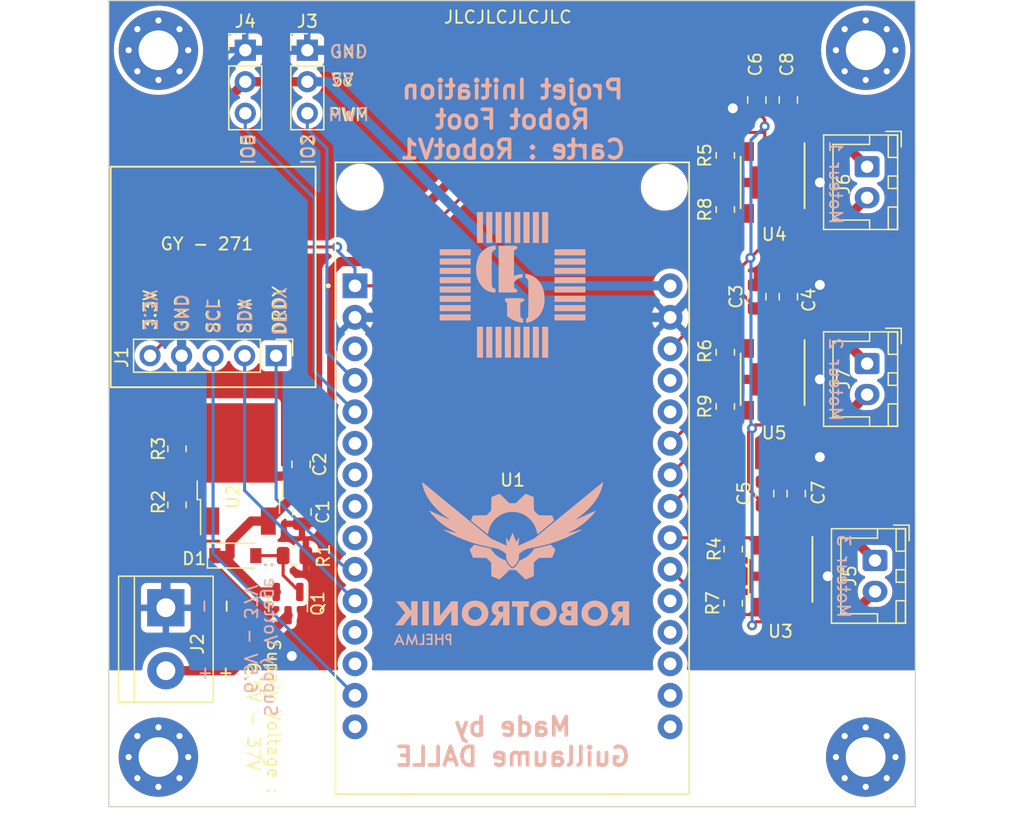
<source format=kicad_pcb>
(kicad_pcb (version 20211014) (generator pcbnew)
  (layers (0 "F.Cu" signal) (31 "B.Cu" signal) (34 "B.Paste" user) (35 "F.Paste" user) (36 "B.SilkS" user "B.Silkscreen") (37 "F.SilkS" user "F.Silkscreen") (38 "B.Mask" user) (39 "F.Mask" user) (44 "Edge.Cuts" user))
  (net 0 "")
  (net 1 "VSS")
  (net 2 "GND")
  (net 3 "+5V")
  (net 4 "Net-(D1-Pad2)")
  (net 5 "/SDA")
  (net 6 "/SCL")
  (net 7 "+3.3V")
  (net 8 "Net-(J2-Pad2)")
  (net 9 "Net-(J5-Pad1)")
  (net 10 "Net-(J5-Pad2)")
  (net 11 "Net-(J6-Pad1)")
  (net 12 "Net-(J6-Pad2)")
  (net 13 "Net-(J7-Pad1)")
  (net 14 "Net-(J7-Pad2)")
  (net 15 "Net-(R2-Pad1)")
  (net 16 "FWD1")
  (net 17 "FWD2")
  (net 18 "FWD3")
  (net 19 "REV1")
  (net 20 "REV2")
  (net 21 "REV3")
  (net 37 "Net-(J1-Pad1)")
  (net 38 "Net-(J3-Pad3)")
  (net 39 "Net-(J4-Pad3)")
  (footprint "Package_TO_SOT_SMD:SOT-23" (layer "F.Cu") (at 162.245 127.3025 -90)
    (fp_text reference "Q1" (at 0 -2.4 90) (layer "F.SilkS"))
    (fp_text value "BSS83P")
    (pad "1" smd roundrect (at -0.9375 -0.95 270) (size 1.475 0.6) (layers "F.Cu" "F.Paste" "F.Mask") (net 4 "Net-(D1-Pad2)"))
    (pad "2" smd roundrect (at -0.9375 0.95 270) (size 1.475 0.6) (layers "F.Cu" "F.Paste" "F.Mask") (net 1 "VSS"))
    (pad "3" smd roundrect (at 0.9375 0 270) (size 1.475 0.6) (layers "F.Cu" "F.Paste" "F.Mask") (net 8 "Net-(J2-Pad2)"))
  )
  (footprint "Resistor_SMD:R_0805_2012Metric" (layer "F.Cu") (at 198.12 122.9125 -90)
    (fp_text reference "R4" (at 0 1.524 90) (layer "F.SilkS"))
    (fp_text value "10k")
    (pad "1" smd roundrect (at -0.9125 0 270) (size 1.025 1.4) (layers "F.Cu" "F.Paste" "F.Mask") (roundrect_rratio 0.243902439) (net 16 "FWD1"))
    (pad "2" smd roundrect (at 0.9125 0 270) (size 1.025 1.4) (layers "F.Cu" "F.Paste" "F.Mask") (roundrect_rratio 0.243902439) (net 2 "GND"))
  )
  (footprint "Resistor_SMD:R_0805_2012Metric" (layer "F.Cu") (at 197.485 95.5275 90)
    (fp_text reference "R8" (at 0 -1.65 90) (layer "F.SilkS"))
    (fp_text value "10k")
    (pad "1" smd roundrect (at -0.9125 0 90) (size 1.025 1.4) (layers "F.Cu" "F.Paste" "F.Mask") (roundrect_rratio 0.243902439) (net 20 "REV2"))
    (pad "2" smd roundrect (at 0.9125 0 90) (size 1.025 1.4) (layers "F.Cu" "F.Paste" "F.Mask") (roundrect_rratio 0.243902439) (net 2 "GND"))
  )
  (footprint "Package_TO_SOT_SMD:TO-252-2" (layer "F.Cu") (at 158.375 116.45 90)
    (fp_text reference "U2" (at -2.23 -0.575 90) (layer "F.SilkS"))
    (fp_text value "LM317_TO-252")
    (pad "1" smd rect (at -4.2 -2.28 90) (size 2.2 1.2) (layers "F.Cu" "F.Paste" "F.Mask") (net 15 "Net-(R2-Pad1)"))
    (pad "2" smd rect (at 2.1 0 90) (size 6.4 5.8) (layers "F.Cu" "F.Mask") (net 3 "+5V"))
    (pad "3" smd rect (at -4.2 2.28 90) (size 2.2 1.2) (layers "F.Cu" "F.Paste" "F.Mask") (net 1 "VSS"))
  )
  (footprint "Capacitor_SMD:C_0805_2012Metric" (layer "F.Cu") (at 202.565 86.68 90)
    (fp_text reference "C8" (at 2.86 -0.127 90) (layer "F.SilkS"))
    (fp_text value "100nF")
    (pad "1" smd roundrect (at -0.95 0 90) (size 1 1.45) (layers "F.Cu" "F.Paste" "F.Mask") (net 1 "VSS"))
    (pad "2" smd roundrect (at 0.95 0 90) (size 1 1.45) (layers "F.Cu" "F.Paste" "F.Mask") (net 2 "GND"))
  )
  (footprint "Connector_PinHeader_2.54mm:PinHeader_1x05_P2.54mm_Vertical" (layer "F.Cu") (at 161.285 107.315 -90)
    (fp_text reference "J1" (at 0.127 12.441 -90) (layer "F.SilkS"))
    (fp_text value "Conn_01x05_Female")
    (pad "1" thru_hole rect (at 0 0 270) (size 1.7 1.7) (drill 1) (layers *.Cu *.Mask) (net 37 "Net-(J1-Pad1)"))
    (pad "2" thru_hole oval (at 0 2.54 270) (size 1.7 1.7) (drill 1) (layers *.Cu *.Mask) (net 5 "/SDA"))
    (pad "3" thru_hole oval (at 0 5.08 270) (size 1.7 1.7) (drill 1) (layers *.Cu *.Mask) (net 6 "/SCL"))
    (pad "4" thru_hole oval (at 0 7.62 270) (size 1.7 1.7) (drill 1) (layers *.Cu *.Mask) (net 2 "GND"))
    (pad "5" thru_hole oval (at 0 10.16 270) (size 1.7 1.7) (drill 1) (layers *.Cu *.Mask) (net 7 "+3.3V"))
  )
  (footprint "Connector_PinHeader_2.54mm:PinHeader_1x03_P2.54mm_Vertical" (layer "F.Cu") (at 163.8 82.68)
    (fp_text reference "J3" (at 0 -2.33) (layer "F.SilkS"))
    (fp_text value "Conn_01x03_Male")
    (pad "1" thru_hole rect (at 0 0) (size 1.7 1.7) (drill 1) (layers *.Cu *.Mask) (net 2 "GND"))
    (pad "2" thru_hole oval (at 0 2.54) (size 1.7 1.7) (drill 1) (layers *.Cu *.Mask) (net 3 "+5V"))
    (pad "3" thru_hole oval (at 0 5.08) (size 1.7 1.7) (drill 1) (layers *.Cu *.Mask) (net 38 "Net-(J3-Pad3)"))
  )
  (footprint "MountingHole:MountingHole_3.2mm_M3_Pad_Via" (layer "F.Cu") (at 151.8 82.68)
    (fp_text reference "TR4" hide)
    (fp_text value "MountingHole_3.2mm_M3_Pad_Via")
    (pad "1" thru_hole circle (at 1.697056 1.697056) (size 0.8 0.8) (drill 0.5) (layers *.Cu *.Mask))
    (pad "1" thru_hole circle (at 0 -2.4) (size 0.8 0.8) (drill 0.5) (layers *.Cu *.Mask))
    (pad "1" thru_hole circle (at 2.4 0) (size 0.8 0.8) (drill 0.5) (layers *.Cu *.Mask))
    (pad "1" thru_hole circle (at 1.697056 -1.697056) (size 0.8 0.8) (drill 0.5) (layers *.Cu *.Mask))
    (pad "1" thru_hole circle (at -1.697056 1.697056) (size 0.8 0.8) (drill 0.5) (layers *.Cu *.Mask))
    (pad "1" thru_hole circle (at 0 0) (size 6.4 6.4) (drill 3.2) (layers *.Cu *.Mask))
    (pad "1" thru_hole circle (at -1.697056 -1.697056) (size 0.8 0.8) (drill 0.5) (layers *.Cu *.Mask))
    (pad "1" thru_hole circle (at -2.4 0) (size 0.8 0.8) (drill 0.5) (layers *.Cu *.Mask))
    (pad "1" thru_hole circle (at 0 2.4) (size 0.8 0.8) (drill 0.5) (layers *.Cu *.Mask))
  )
  (footprint "Resistor_SMD:R_0805_2012Metric" (layer "F.Cu") (at 197.485 107.0375 -90)
    (fp_text reference "R6" (at -0.1035 1.651 90) (layer "F.SilkS"))
    (fp_text value "10k")
    (pad "1" smd roundrect (at -0.9125 0 270) (size 1.025 1.4) (layers "F.Cu" "F.Paste" "F.Mask") (roundrect_rratio 0.243902439) (net 18 "FWD3"))
    (pad "2" smd roundrect (at 0.9125 0 270) (size 1.025 1.4) (layers "F.Cu" "F.Paste" "F.Mask") (roundrect_rratio 0.243902439) (net 2 "GND"))
  )
  (footprint "MountingHole:MountingHole_3.2mm_M3_Pad_Via" (layer "F.Cu") (at 208.8 82.68)
    (fp_text reference "TR3" hide)
    (fp_text value "MountingHole_3.2mm_M3_Pad_Via")
    (pad "1" thru_hole circle (at -1.697056 1.697056) (size 0.8 0.8) (drill 0.5) (layers *.Cu *.Mask))
    (pad "1" thru_hole circle (at 0 2.4) (size 0.8 0.8) (drill 0.5) (layers *.Cu *.Mask))
    (pad "1" thru_hole circle (at 2.4 0) (size 0.8 0.8) (drill 0.5) (layers *.Cu *.Mask))
    (pad "1" thru_hole circle (at -1.697056 -1.697056) (size 0.8 0.8) (drill 0.5) (layers *.Cu *.Mask))
    (pad "1" thru_hole circle (at 0 0) (size 6.4 6.4) (drill 3.2) (layers *.Cu *.Mask))
    (pad "1" thru_hole circle (at 0 -2.4) (size 0.8 0.8) (drill 0.5) (layers *.Cu *.Mask))
    (pad "1" thru_hole circle (at -2.4 0) (size 0.8 0.8) (drill 0.5) (layers *.Cu *.Mask))
    (pad "1" thru_hole circle (at 1.697056 -1.697056) (size 0.8 0.8) (drill 0.5) (layers *.Cu *.Mask))
    (pad "1" thru_hole circle (at 1.697056 1.697056) (size 0.8 0.8) (drill 0.5) (layers *.Cu *.Mask))
  )
  (footprint "Resistor_SMD:R_0805_2012Metric" (layer "F.Cu") (at 162.7625 123.435)
    (fp_text reference "R1" (at 2.3375 0.009 270) (layer "F.SilkS"))
    (fp_text value "10k")
    (pad "1" smd roundrect (at -0.9125 0) (size 1.025 1.4) (layers "F.Cu" "F.Paste" "F.Mask") (roundrect_rratio 0.243902439) (net 4 "Net-(D1-Pad2)"))
    (pad "2" smd roundrect (at 0.9125 0) (size 1.025 1.4) (layers "F.Cu" "F.Paste" "F.Mask") (roundrect_rratio 0.243902439) (net 2 "GND"))
  )
  (footprint "Capacitor_SMD:C_0805_2012Metric" (layer "F.Cu") (at 200.025 102.555 90)
    (fp_text reference "C3" (at 0 -1.68 90) (layer "F.SilkS"))
    (fp_text value "100nF")
    (pad "1" smd roundrect (at -0.95 0 90) (size 1 1.45) (layers "F.Cu" "F.Paste" "F.Mask") (net 7 "+3.3V"))
    (pad "2" smd roundrect (at 0.95 0 90) (size 1 1.45) (layers "F.Cu" "F.Paste" "F.Mask") (net 2 "GND"))
  )
  (footprint "MountingHole:MountingHole_3.2mm_M3_Pad_Via" (layer "F.Cu") (at 208.8 139.68)
    (fp_text reference "TR2" hide)
    (fp_text value "MountingHole_3.2mm_M3_Pad_Via")
    (pad "1" thru_hole circle (at -2.4 0) (size 0.8 0.8) (drill 0.5) (layers *.Cu *.Mask))
    (pad "1" thru_hole circle (at 2.4 0) (size 0.8 0.8) (drill 0.5) (layers *.Cu *.Mask))
    (pad "1" thru_hole circle (at 1.697056 1.697056) (size 0.8 0.8) (drill 0.5) (layers *.Cu *.Mask))
    (pad "1" thru_hole circle (at 1.697056 -1.697056) (size 0.8 0.8) (drill 0.5) (layers *.Cu *.Mask))
    (pad "1" thru_hole circle (at 0 2.4) (size 0.8 0.8) (drill 0.5) (layers *.Cu *.Mask))
    (pad "1" thru_hole circle (at -1.697056 1.697056) (size 0.8 0.8) (drill 0.5) (layers *.Cu *.Mask))
    (pad "1" thru_hole circle (at 0 -2.4) (size 0.8 0.8) (drill 0.5) (layers *.Cu *.Mask))
    (pad "1" thru_hole circle (at -1.697056 -1.697056) (size 0.8 0.8) (drill 0.5) (layers *.Cu *.Mask))
    (pad "1" thru_hole circle (at 0 0) (size 6.4 6.4) (drill 3.2) (layers *.Cu *.Mask))
  )
  (footprint "Connector_JST:JST_XH_B2B-XH-A_1x02_P2.50mm_Vertical" (layer "F.Cu") (at 208.915 107.95 -90)
    (fp_text reference "J7" (at 1.25 1.905 90) (layer "F.SilkS"))
    (fp_text value "Conn_01x02")
    (pad "1" thru_hole roundrect (at 0 0 270) (size 1.7 2) (drill 1) (layers *.Cu *.Mask) (roundrect_rratio 0.1470588235) (net 13 "Net-(J7-Pad1)"))
    (pad "2" thru_hole oval (at 2.5 0 270) (size 1.7 2) (drill 1) (layers *.Cu *.Mask) (net 14 "Net-(J7-Pad2)"))
  )
  (footprint "devkitv1:MODULE_ESP32_DEVKIT_V1" (layer "F.Cu") (at 180.34 117.195)
    (fp_text reference "U1" (at 0 0.153) (layer "F.SilkS"))
    (fp_text value "ESP32-DEVKIT-V1")
    (pad "" np_thru_hole circle locked (at 12.23 23.475) (size 3 3) (drill 3) (layers *.Cu *.Mask))
    (pad "" np_thru_hole circle locked (at -12.28 23.475) (size 3 3) (drill 3) (layers *.Cu *.Mask))
    (pad "" np_thru_hole circle locked (at -12.28 -23.475) (size 3 3) (drill 3) (layers *.Cu *.Mask))
    (pad "" np_thru_hole circle locked (at 12.23 -23.475) (size 3 3) (drill 3) (layers *.Cu *.Mask))
    (pad "1" thru_hole rect locked (at -12.7 -15.515) (size 2 2) (drill 1.02) (layers *.Cu *.Mask) (net 7 "+3.3V"))
    (pad "2" thru_hole circle locked (at -12.7 -12.975) (size 2 2) (drill 1.02) (layers *.Cu *.Mask) (net 2 "GND"))
    (pad "3" thru_hole circle locked (at -12.7 -10.435) (size 2 2) (drill 1.02) (layers *.Cu *.Mask))
    (pad "4" thru_hole circle locked (at -12.7 -7.895) (size 2 2) (drill 1.02) (layers *.Cu *.Mask) (net 38 "Net-(J3-Pad3)"))
    (pad "5" thru_hole circle locked (at -12.7 -5.355) (size 2 2) (drill 1.02) (layers *.Cu *.Mask) (net 39 "Net-(J4-Pad3)"))
    (pad "6" thru_hole circle locked (at -12.7 -2.815) (size 2 2) (drill 1.02) (layers *.Cu *.Mask))
    (pad "7" thru_hole circle locked (at -12.7 -0.275) (size 2 2) (drill 1.02) (layers *.Cu *.Mask))
    (pad "8" thru_hole circle locked (at -12.7 2.265) (size 2 2) (drill 1.02) (layers *.Cu *.Mask))
    (pad "9" thru_hole circle locked (at -12.7 4.805) (size 2 2) (drill 1.02) (layers *.Cu *.Mask))
    (pad "10" thru_hole circle locked (at -12.7 7.345) (size 2 2) (drill 1.02) (layers *.Cu *.Mask) (net 37 "Net-(J1-Pad1)"))
    (pad "11" thru_hole circle locked (at -12.7 9.885) (size 2 2) (drill 1.02) (layers *.Cu *.Mask) (net 5 "/SDA"))
    (pad "12" thru_hole circle locked (at -12.7 12.425) (size 2 2) (drill 1.02) (layers *.Cu *.Mask))
    (pad "13" thru_hole circle locked (at -12.7 14.965) (size 2 2) (drill 1.02) (layers *.Cu *.Mask))
    (pad "14" thru_hole circle locked (at -12.7 17.505) (size 2 2) (drill 1.02) (layers *.Cu *.Mask) (net 6 "/SCL"))
    (pad "15" thru_hole circle locked (at -12.7 20.045) (size 2 2) (drill 1.02) (layers *.Cu *.Mask))
    (pad "16" thru_hole circle locked (at 12.7 20.045) (size 2 2) (drill 1.02) (layers *.Cu *.Mask))
    (pad "17" thru_hole circle locked (at 12.7 17.505) (size 2 2) (drill 1.02) (layers *.Cu *.Mask))
    (pad "18" thru_hole circle locked (at 12.7 14.965) (size 2 2) (drill 1.02) (layers *.Cu *.Mask))
    (pad "19" thru_hole circle locked (at 12.7 12.425) (size 2 2) (drill 1.02) (layers *.Cu *.Mask))
    (pad "20" thru_hole circle locked (at 12.7 9.885) (size 2 2) (drill 1.02) (layers *.Cu *.Mask))
    (pad "21" thru_hole circle locked (at 12.7 7.345) (size 2 2) (drill 1.02) (layers *.Cu *.Mask) (net 19 "REV1"))
    (pad "22" thru_hole circle locked (at 12.7 4.805) (size 2 2) (drill 1.02) (layers *.Cu *.Mask) (net 16 "FWD1"))
    (pad "23" thru_hole circle locked (at 12.7 2.265) (size 2 2) (drill 1.02) (layers *.Cu *.Mask) (net 21 "REV3"))
    (pad "24" thru_hole circle locked (at 12.7 -0.275) (size 2 2) (drill 1.02) (layers *.Cu *.Mask) (net 18 "FWD3"))
    (pad "25" thru_hole circle locked (at 12.7 -2.815) (size 2 2) (drill 1.02) (layers *.Cu *.Mask) (net 20 "REV2"))
    (pad "26" thru_hole circle locked (at 12.7 -5.355) (size 2 2) (drill 1.02) (layers *.Cu *.Mask))
    (pad "27" thru_hole circle locked (at 12.7 -7.895) (size 2 2) (drill 1.02) (layers *.Cu *.Mask))
    (pad "28" thru_hole circle locked (at 12.7 -10.435) (size 2 2) (drill 1.02) (layers *.Cu *.Mask) (net 17 "FWD2"))
    (pad "29" thru_hole circle locked (at 12.7 -12.975) (size 2 2) (drill 1.02) (layers *.Cu *.Mask) (net 2 "GND"))
    (pad "30" thru_hole circle locked (at 12.7 -15.515) (size 2 2) (drill 1.02) (layers *.Cu *.Mask) (net 3 "+5V"))
    (zone (net 0) (net_name "") (layer "F.Cu") (connect_pads (clearance 0)) (min_thickness 0.01)
      (keepout (tracks not_allowed) (vias not_allowed) (pads not_allowed) (copperpour not_allowed) (footprints allowed))
      (fill (thermal_gap 0.508) (thermal_bridge_width 0.508))
      (polygon (pts (xy 171.43 136.18) (xy 189.12 136.18) (xy 189.12 142.67) (xy 171.43 142.67)))
    )
    (zone (net 0) (net_name "") (layer "B.Cu") (connect_pads (clearance 0)) (min_thickness 0.01)
      (keepout (tracks not_allowed) (vias not_allowed) (pads not_allowed) (copperpour not_allowed) (footprints allowed))
      (fill (thermal_gap 0.508) (thermal_bridge_width 0.508))
      (polygon (pts (xy 171.43 136.18) (xy 189.12 136.18) (xy 189.12 142.67) (xy 171.43 142.67)))
    )
  )
  (footprint "Capacitor_SMD:C_0805_2012Metric" (layer "F.Cu") (at 202.565 102.555 90)
    (fp_text reference "C4" (at -0.261252 1.651 90) (layer "F.SilkS"))
    (fp_text value "100nF")
    (pad "1" smd roundrect (at -0.95 0 90) (size 1 1.45) (layers "F.Cu" "F.Paste" "F.Mask") (net 1 "VSS"))
    (pad "2" smd roundrect (at 0.95 0 90) (size 1 1.45) (layers "F.Cu" "F.Paste" "F.Mask") (net 2 "GND"))
  )
  (footprint "TerminalBlock:TerminalBlock_bornier-2_P5.08mm" (layer "F.Cu") (at 152.4 127.635 -90)
    (fp_text reference "J2" (at 2.921 -2.54 90) (layer "F.SilkS"))
    (fp_text value "Conn_01x02")
    (pad "1" thru_hole rect (at 0 0 270) (size 3 3) (drill 1.52) (layers *.Cu *.Mask) (net 2 "GND"))
    (pad "2" thru_hole circle (at 5.08 0 270) (size 3 3) (drill 1.52) (layers *.Cu *.Mask) (net 8 "Net-(J2-Pad2)"))
  )
  (footprint "Connector_JST:JST_XH_B2B-XH-A_1x02_P2.50mm_Vertical" (layer "F.Cu") (at 209.55 123.825 -90)
    (fp_text reference "J5" (at 1.25 2.032 90) (layer "F.SilkS"))
    (fp_text value "Conn_01x02")
    (pad "1" thru_hole roundrect (at 0 0 270) (size 1.7 2) (drill 1) (layers *.Cu *.Mask) (roundrect_rratio 0.1470588235) (net 9 "Net-(J5-Pad1)"))
    (pad "2" thru_hole oval (at 2.5 0 270) (size 1.7 2) (drill 1) (layers *.Cu *.Mask) (net 10 "Net-(J5-Pad2)"))
  )
  (footprint "Connector_JST:JST_XH_B2B-XH-A_1x02_P2.50mm_Vertical" (layer "F.Cu") (at 208.915 92.075 -90)
    (fp_text reference "J6" (at 1.397 1.905 90) (layer "F.SilkS"))
    (fp_text value "Conn_01x02")
    (pad "1" thru_hole roundrect (at 0 0 270) (size 1.7 2) (drill 1) (layers *.Cu *.Mask) (roundrect_rratio 0.1470588235) (net 11 "Net-(J6-Pad1)"))
    (pad "2" thru_hole oval (at 2.5 0 270) (size 1.7 2) (drill 1) (layers *.Cu *.Mask) (net 12 "Net-(J6-Pad2)"))
  )
  (footprint "Connector_PinHeader_2.54mm:PinHeader_1x03_P2.54mm_Vertical" (layer "F.Cu") (at 158.8 82.68)
    (fp_text reference "J4" (at 0 -2.33) (layer "F.SilkS"))
    (fp_text value "Conn_01x03_Male")
    (pad "1" thru_hole rect (at 0 0) (size 1.7 1.7) (drill 1) (layers *.Cu *.Mask) (net 2 "GND"))
    (pad "2" thru_hole oval (at 0 2.54) (size 1.7 1.7) (drill 1) (layers *.Cu *.Mask) (net 3 "+5V"))
    (pad "3" thru_hole oval (at 0 5.08) (size 1.7 1.7) (drill 1) (layers *.Cu *.Mask) (net 39 "Net-(J4-Pad3)"))
  )
  (footprint "Capacitor_SMD:C_0805_2012Metric" (layer "F.Cu") (at 203.2 118.43 90)
    (fp_text reference "C7" (at 0.066 1.778 90) (layer "F.SilkS"))
    (fp_text value "100nF")
    (pad "1" smd roundrect (at -0.95 0 90) (size 1 1.45) (layers "F.Cu" "F.Paste" "F.Mask") (net 1 "VSS"))
    (pad "2" smd roundrect (at 0.95 0 90) (size 1 1.45) (layers "F.Cu" "F.Paste" "F.Mask") (net 2 "GND"))
  )
  (footprint "Resistor_SMD:R_0805_2012Metric" (layer "F.Cu") (at 153.295 119.3475 -90)
    (fp_text reference "R2" (at -0.227064 1.495 90) (layer "F.SilkS"))
    (fp_text value "R")
    (pad "1" smd roundrect (at -0.9125 0 270) (size 1.025 1.4) (layers "F.Cu" "F.Paste" "F.Mask") (roundrect_rratio 0.243902439) (net 15 "Net-(R2-Pad1)"))
    (pad "2" smd roundrect (at 0.9125 0 270) (size 1.025 1.4) (layers "F.Cu" "F.Paste" "F.Mask") (roundrect_rratio 0.243902439) (net 2 "GND"))
  )
  (footprint "Capacitor_SMD:C_0805_2012Metric" (layer "F.Cu") (at 163.365 119.915 -90)
    (fp_text reference "C1" (at 0 -1.68 90) (layer "F.SilkS"))
    (fp_text value "0.1uF")
    (pad "1" smd roundrect (at -0.95 0 270) (size 1 1.45) (layers "F.Cu" "F.Paste" "F.Mask") (net 1 "VSS"))
    (pad "2" smd roundrect (at 0.95 0 270) (size 1 1.45) (layers "F.Cu" "F.Paste" "F.Mask") (net 2 "GND"))
  )
  (footprint "Resistor_SMD:R_0805_2012Metric" (layer "F.Cu") (at 198.12 127.2775 90)
    (fp_text reference "R7" (at 0 -1.65 90) (layer "F.SilkS"))
    (fp_text value "10k")
    (pad "1" smd roundrect (at -0.9125 0 90) (size 1.025 1.4) (layers "F.Cu" "F.Paste" "F.Mask") (roundrect_rratio 0.243902439) (net 19 "REV1"))
    (pad "2" smd roundrect (at 0.9125 0 90) (size 1.025 1.4) (layers "F.Cu" "F.Paste" "F.Mask") (roundrect_rratio 0.243902439) (net 2 "GND"))
  )
  (footprint "Package_SO:Diodes_SO-8EP" (layer "F.Cu") (at 201.93 125.095 -90)
    (fp_text reference "U3" (at 4.445 0 180) (layer "F.SilkS"))
    (fp_text value "ZXBM5210-SP")
    (pad "1" smd rect (at -2.4975 -1.905 270) (size 1.505 0.802) (layers "F.Cu" "F.Paste" "F.Mask") (net 9 "Net-(J5-Pad1)"))
    (pad "2" smd rect (at -2.4975 -0.635 270) (size 1.505 0.802) (layers "F.Cu" "F.Paste" "F.Mask") (net 1 "VSS"))
    (pad "3" smd rect (at -2.4975 0.635 270) (size 1.505 0.802) (layers "F.Cu" "F.Paste" "F.Mask") (net 7 "+3.3V"))
    (pad "4" smd rect (at -2.4975 1.905 270) (size 1.505 0.802) (layers "F.Cu" "F.Paste" "F.Mask") (net 16 "FWD1"))
    (pad "5" smd rect (at 2.4975 1.905 270) (size 1.505 0.802) (layers "F.Cu" "F.Paste" "F.Mask") (net 19 "REV1"))
    (pad "6" smd rect (at 2.4975 0.635 270) (size 1.505 0.802) (layers "F.Cu" "F.Paste" "F.Mask") (net 7 "+3.3V"))
    (pad "7" smd rect (at 2.4975 -0.635 270) (size 1.505 0.802) (layers "F.Cu" "F.Paste" "F.Mask") (net 10 "Net-(J5-Pad2)"))
    (pad "8" smd rect (at 2.4975 -1.905 270) (size 1.505 0.802) (layers "F.Cu" "F.Paste" "F.Mask") (net 2 "GND"))
    (pad "9" smd rect (at 0 0 270) (size 2.613 3.502) (layers "F.Cu" "F.Paste" "F.Mask") (net 2 "GND"))
  )
  (footprint "Resistor_SMD:R_0805_2012Metric" (layer "F.Cu") (at 197.485 111.4025 90)
    (fp_text reference "R9" (at 0 -1.65 90) (layer "F.SilkS"))
    (fp_text value "10k")
    (pad "1" smd roundrect (at -0.9125 0 90) (size 1.025 1.4) (layers "F.Cu" "F.Paste" "F.Mask") (roundrect_rratio 0.243902439) (net 21 "REV3"))
    (pad "2" smd roundrect (at 0.9125 0 90) (size 1.025 1.4) (layers "F.Cu" "F.Paste" "F.Mask") (roundrect_rratio 0.243902439) (net 2 "GND"))
  )
  (footprint "Resistor_SMD:R_0805_2012Metric" (layer "F.Cu") (at 197.485 91.1625 -90)
    (fp_text reference "R5" (at 0 1.651 90) (layer "F.SilkS"))
    (fp_text value "10k")
    (pad "1" smd roundrect (at -0.9125 0 270) (size 1.025 1.4) (layers "F.Cu" "F.Paste" "F.Mask") (roundrect_rratio 0.243902439) (net 17 "FWD2"))
    (pad "2" smd roundrect (at 0.9125 0 270) (size 1.025 1.4) (layers "F.Cu" "F.Paste" "F.Mask") (roundrect_rratio 0.243902439) (net 2 "GND"))
  )
  (footprint "MountingHole:MountingHole_3.2mm_M3_Pad_Via" (layer "F.Cu") (at 151.8 139.68)
    (fp_text reference "TR1" hide)
    (fp_text value "MountingHole_3.2mm_M3_Pad_Via")
    (pad "1" thru_hole circle (at 2.4 0) (size 0.8 0.8) (drill 0.5) (layers *.Cu *.Mask))
    (pad "1" thru_hole circle (at 1.697056 -1.697056) (size 0.8 0.8) (drill 0.5) (layers *.Cu *.Mask))
    (pad "1" thru_hole circle (at 0 0) (size 6.4 6.4) (drill 3.2) (layers *.Cu *.Mask))
    (pad "1" thru_hole circle (at -2.4 0) (size 0.8 0.8) (drill 0.5) (layers *.Cu *.Mask))
    (pad "1" thru_hole circle (at 0 -2.4) (size 0.8 0.8) (drill 0.5) (layers *.Cu *.Mask))
    (pad "1" thru_hole circle (at -1.697056 -1.697056) (size 0.8 0.8) (drill 0.5) (layers *.Cu *.Mask))
    (pad "1" thru_hole circle (at 0 2.4) (size 0.8 0.8) (drill 0.5) (layers *.Cu *.Mask))
    (pad "1" thru_hole circle (at 1.697056 1.697056) (size 0.8 0.8) (drill 0.5) (layers *.Cu *.Mask))
    (pad "1" thru_hole circle (at -1.697056 1.697056) (size 0.8 0.8) (drill 0.5) (layers *.Cu *.Mask))
  )
  (footprint "Capacitor_SMD:C_0805_2012Metric" (layer "F.Cu") (at 200.025 86.68 90)
    (fp_text reference "C6" (at 2.86 -0.127 90) (layer "F.SilkS"))
    (fp_text value "100nF")
    (pad "1" smd roundrect (at -0.95 0 90) (size 1 1.45) (layers "F.Cu" "F.Paste" "F.Mask") (net 7 "+3.3V"))
    (pad "2" smd roundrect (at 0.95 0 90) (size 1 1.45) (layers "F.Cu" "F.Paste" "F.Mask") (net 2 "GND"))
  )
  (footprint "Diode_SMD:D_SOD-123" (layer "F.Cu") (at 157.995 123.435)
    (fp_text reference "D1" (at -3.309 0.245) (layer "F.SilkS"))
    (fp_text value "D_Zener")
    (pad "1" smd rect (at -1.65 0) (size 0.9 1.2) (layers "F.Cu" "F.Paste" "F.Mask") (net 1 "VSS"))
    (pad "2" smd rect (at 1.65 0) (size 0.9 1.2) (layers "F.Cu" "F.Paste" "F.Mask") (net 4 "Net-(D1-Pad2)"))
  )
  (footprint "Package_SO:Diodes_SO-8EP" (layer "F.Cu") (at 201.295 109.22 -90)
    (fp_text reference "U5" (at 4.318 -0.127 180) (layer "F.SilkS"))
    (fp_text value "ZXBM5210-SP")
    (pad "1" smd rect (at -2.4975 -1.905 270) (size 1.505 0.802) (layers "F.Cu" "F.Paste" "F.Mask") (net 13 "Net-(J7-Pad1)"))
    (pad "2" smd rect (at -2.4975 -0.635 270) (size 1.505 0.802) (layers "F.Cu" "F.Paste" "F.Mask") (net 1 "VSS"))
    (pad "3" smd rect (at -2.4975 0.635 270) (size 1.505 0.802) (layers "F.Cu" "F.Paste" "F.Mask") (net 7 "+3.3V"))
    (pad "4" smd rect (at -2.4975 1.905 270) (size 1.505 0.802) (layers "F.Cu" "F.Paste" "F.Mask") (net 18 "FWD3"))
    (pad "5" smd rect (at 2.4975 1.905 270) (size 1.505 0.802) (layers "F.Cu" "F.Paste" "F.Mask") (net 21 "REV3"))
    (pad "6" smd rect (at 2.4975 0.635 270) (size 1.505 0.802) (layers "F.Cu" "F.Paste" "F.Mask") (net 7 "+3.3V"))
    (pad "7" smd rect (at 2.4975 -0.635 270) (size 1.505 0.802) (layers "F.Cu" "F.Paste" "F.Mask") (net 14 "Net-(J7-Pad2)"))
    (pad "8" smd rect (at 2.4975 -1.905 270) (size 1.505 0.802) (layers "F.Cu" "F.Paste" "F.Mask") (net 2 "GND"))
    (pad "9" smd rect (at 0 0 270) (size 2.613 3.502) (layers "F.Cu" "F.Paste" "F.Mask") (net 2 "GND"))
  )
  (footprint "Resistor_SMD:R_0805_2012Metric" (layer "F.Cu") (at 153.295 114.8225 -90)
    (fp_text reference "R3" (at 0 1.495 90) (layer "F.SilkS"))
    (fp_text value "R")
    (pad "1" smd roundrect (at -0.9125 0 270) (size 1.025 1.4) (layers "F.Cu" "F.Paste" "F.Mask") (roundrect_rratio 0.243902439) (net 3 "+5V"))
    (pad "2" smd roundrect (at 0.9125 0 270) (size 1.025 1.4) (layers "F.Cu" "F.Paste" "F.Mask") (roundrect_rratio 0.243902439) (net 15 "Net-(R2-Pad1)"))
  )
  (footprint "Capacitor_SMD:C_0805_2012Metric" (layer "F.Cu") (at 163.295 116.075 90)
    (fp_text reference "C2" (at 0 1.505 90) (layer "F.SilkS"))
    (fp_text value "1uF")
    (pad "1" smd roundrect (at -0.95 0 90) (size 1 1.45) (layers "F.Cu" "F.Paste" "F.Mask") (net 3 "+5V"))
    (pad "2" smd roundrect (at 0.95 0 90) (size 1 1.45) (layers "F.Cu" "F.Paste" "F.Mask") (net 2 "GND"))
  )
  (footprint "Capacitor_SMD:C_0805_2012Metric" (layer "F.Cu") (at 200.66 118.43 90)
    (fp_text reference "C5" (at 0 -1.68 90) (layer "F.SilkS"))
    (fp_text value "100nF")
    (pad "1" smd roundrect (at -0.95 0 90) (size 1 1.45) (layers "F.Cu" "F.Paste" "F.Mask") (net 7 "+3.3V"))
    (pad "2" smd roundrect (at 0.95 0 90) (size 1 1.45) (layers "F.Cu" "F.Paste" "F.Mask") (net 2 "GND"))
  )
  (footprint "Package_SO:Diodes_SO-8EP" (layer "F.Cu") (at 201.295 93.345 -90)
    (fp_text reference "U4" (at 4.191 -0.127 180) (layer "F.SilkS"))
    (fp_text value "ZXBM5210-SP")
    (pad "1" smd rect (at -2.4975 -1.905 270) (size 1.505 0.802) (layers "F.Cu" "F.Paste" "F.Mask") (net 11 "Net-(J6-Pad1)"))
    (pad "2" smd rect (at -2.4975 -0.635 270) (size 1.505 0.802) (layers "F.Cu" "F.Paste" "F.Mask") (net 1 "VSS"))
    (pad "3" smd rect (at -2.4975 0.635 270) (size 1.505 0.802) (layers "F.Cu" "F.Paste" "F.Mask") (net 7 "+3.3V"))
    (pad "4" smd rect (at -2.4975 1.905 270) (size 1.505 0.802) (layers "F.Cu" "F.Paste" "F.Mask") (net 17 "FWD2"))
    (pad "5" smd rect (at 2.4975 1.905 270) (size 1.505 0.802) (layers "F.Cu" "F.Paste" "F.Mask") (net 20 "REV2"))
    (pad "6" smd rect (at 2.4975 0.635 270) (size 1.505 0.802) (layers "F.Cu" "F.Paste" "F.Mask") (net 7 "+3.3V"))
    (pad "7" smd rect (at 2.4975 -0.635 270) (size 1.505 0.802) (layers "F.Cu" "F.Paste" "F.Mask") (net 12 "Net-(J6-Pad2)"))
    (pad "8" smd rect (at 2.4975 -1.905 270) (size 1.505 0.802) (layers "F.Cu" "F.Paste" "F.Mask") (net 2 "GND"))
    (pad "9" smd rect (at 0 0 270) (size 2.613 3.502) (layers "F.Cu" "F.Paste" "F.Mask") (net 2 "GND"))
  )
  (footprint "LOGO" (layer "B.Cu") (at 180.34 122.555 180)
    (fp_text reference "G2" hide)
    (fp_text value "LOGO" hide)
  )
  (footprint "LOGO" (layer "B.Cu") (at 180.34 101.6 180)
    (fp_text reference "G1" hide)
    (fp_text value "LOGO" hide)
  )
  (gr_line (start 164.465 109.855) (end 147.955 109.855) (layer "F.SilkS") (width 0.15))
  (gr_line (start 164.465 92.075) (end 164.465 109.855) (layer "F.SilkS") (width 0.15))
  (gr_line (start 147.955 92.075) (end 164.465 92.075) (layer "F.SilkS") (width 0.15))
  (gr_line (start 147.955 109.855) (end 147.955 92.075) (layer "F.SilkS") (width 0.15))
  (gr_line (start 147.8 143.68) (end 147.8 78.68) (layer "Edge.Cuts") (width 0.1))
  (gr_line (start 212.8 78.68) (end 212.8 143.68) (layer "Edge.Cuts") (width 0.1))
  (gr_line (start 147.8 78.68) (end 212.8 78.68) (layer "Edge.Cuts") (width 0.1))
  (gr_line (start 212.8 143.68) (end 147.8 143.68) (layer "Edge.Cuts") (width 0.1))
  (gr_text "SCL" (at 156.21 104.14 -90) (layer "B.SilkS") (effects (font (size 1 1)) (justify mirror)))
  (gr_text "Moteur 1" (at 206.375 93.345 -90) (layer "B.SilkS") (effects (font (size 1 1)) (justify mirror)))
  (gr_text "GND" (at 153.67 103.886 -90) (layer "B.SilkS") (effects (font (size 1 1)) (justify mirror)))
  (gr_text "SDA" (at 158.75 104.14 -90) (layer "B.SilkS") (effects (font (size 1 1)) (justify mirror)))
  (gr_text "-\n" (at 155.575 127.508 -90) (layer "B.SilkS") (effects (font (size 1 1)) (justify mirror)))
  (gr_text "3.3V" (at 151.13 103.632 -90) (layer "B.SilkS") (effects (font (size 1 1)) (justify mirror)))
  (gr_text "IO2\n" (at 163.83 90.678 -90) (layer "B.SilkS") (effects (font (size 1 1)) (justify mirror)))
  (gr_text "PWM\n" (at 167.132 87.884) (layer "B.SilkS") (effects (font (size 1 1)) (justify mirror)))
  (gr_text "Projet Initiation\nRobot Foot\nCarte : RobotV1" (at 180.34 88.265) (layer "B.SilkS") (effects (font (size 1.5 1.5) (thickness 0.3)) (justify mirror)))
  (gr_text "+" (at 155.575 132.842) (layer "B.SilkS") (effects (font (size 1 1)) (justify mirror)))
  (gr_text "DRDY" (at 161.544 103.759 -90) (layer "B.SilkS") (effects (font (size 1 1)) (justify mirror)))
  (gr_text "Moteur 2" (at 206.375 109.22 -90) (layer "B.SilkS") (effects (font (size 1 1)) (justify mirror)))
  (gr_text "5V\n" (at 166.624 85.09) (layer "B.SilkS") (effects (font (size 1 1)) (justify mirror)))
  (gr_text "IO5\n" (at 159.004 90.678 -90) (layer "B.SilkS") (effects (font (size 1 1)) (justify mirror)))
  (gr_text "Supply Voltage :\n6.5V - 37V" (at 160.02 130.175 -90) (layer "B.SilkS") (effects (font (size 1 1)) (justify mirror)))
  (gr_text "Made by\nGuillaume DALLE" (at 180.34 138.43) (layer "B.SilkS") (effects (font (size 1.5 1.5) (thickness 0.3)) (justify mirror)))
  (gr_text "GND" (at 167.132 82.804) (layer "B.SilkS") (effects (font (size 1 1)) (justify mirror)))
  (gr_text "Moteur 3" (at 207.01 125.095 -90) (layer "B.SilkS") (effects (font (size 1 1)) (justify mirror)))
  (gr_text "Supply Voltage :\n6.5V - 37V" (at 160.274 136.398 270) (layer "F.SilkS") (effects (font (size 1 1))))
  (gr_text "IO5\n" (at 159.004 90.678 90) (layer "F.SilkS") (effects (font (size 1 1))))
  (gr_text "SDA" (at 158.75 104.14 90) (layer "F.SilkS") (effects (font (size 1 1))))
  (gr_text "DRDY" (at 161.544 103.632 90) (layer "F.SilkS") (effects (font (size 1 1))))
  (gr_text "5V\n" (at 166.624 85.09) (layer "F.SilkS") (effects (font (size 1 1))))
  (gr_text "JLCJLCJLCJLC " (at 180.34 80.01) (layer "F.SilkS") (effects (font (size 1 1))))
  (gr_text "GND" (at 153.67 103.886 90) (layer "F.SilkS") (effects (font (size 1 1))))
  (gr_text "SCL" (at 156.21 104.14 90) (layer "F.SilkS") (effects (font (size 1 1))))
  (gr_text "PWM\n" (at 167.132 87.884) (layer "F.SilkS") (effects (font (size 1 1))))
  (gr_text "IO2\n" (at 163.83 90.678 90) (layer "F.SilkS") (effects (font (size 1 1))))
  (gr_text "-\n" (at 157.226 127.508 90) (layer "F.SilkS") (effects (font (size 1 1))))
  (gr_text "GY - 271" (at 155.702 98.298) (layer "F.SilkS") (effects (font (size 1 1))))
  (gr_text "+" (at 157.226 132.842) (layer "F.SilkS") (effects (font (size 1 1))))
  (gr_text "3.3V" (at 151.13 103.632 90) (layer "F.SilkS") (effects (font (size 1 1))))
  (gr_text "GND" (at 167.132 82.804) (layer "F.SilkS") (effects (font (size 1 1))))
  (segment (start 157.5703 122.3594) (end 159.2797 120.65) (width 0.75) (layer "F.Cu") (net 1))
  (segment (start 203.2228 119.6975) (end 210.6914 112.2289) (width 0.75) (layer "F.Cu") (net 1))
  (segment (start 207.8556 104.0464) (end 202.0236 104.0464) (width 0.75) (layer "F.Cu") (net 1))
  (segment (start 210.6914 112.2289) (end 210.6914 106.8822) (width 0.75) (layer "F.Cu") (net 1))
  (segment (start 162.34 118.965) (end 163.365 118.965) (width 0.75) (layer "F.Cu") (net 1))
  (segment (start 207.5983 87.9475) (end 210.7007 91.0499) (width 0.75) (layer "F.Cu") (net 1))
  (segment (start 202.8825 119.6975) (end 203.2228 119.6975) (width 0.75) (layer "F.Cu") (net 1))
  (segment (start 164.4596 118.965) (end 165.7723 117.6523) (width 0.75) (layer "F.Cu") (net 1))
  (segment (start 202.565 122.5975) (end 202.565 120.015) (width 0.75) (layer "F.Cu") (net 1))
  (segment (start 160.655 120.65) (end 162.34 118.965) (width 0.75) (layer "F.Cu") (net 1))
  (segment (start 156.345 123.435) (end 156.9577 123.435) (width 0.75) (layer "F.Cu") (net 1))
  (segment (start 166.4831 99.723) (end 168.827 99.723) (width 0.75) (layer "F.Cu") (net 1))
  (segment (start 210.6914 106.8822) (end 207.8556 104.0464) (width 0.75) (layer "F.Cu") (net 1))
  (segment (start 156.9577 123.435) (end 157.5703 123.435) (width 0.75) (layer "F.Cu") (net 1))
  (segment (start 204.0775 85.054) (end 204.0775 87.9475) (width 0.75) (layer "F.Cu") (net 1))
  (segment (start 156.9577 123.435) (end 159.8877 126.365) (width 0.75) (layer "F.Cu") (net 1))
  (segment (start 204.0775 87.9475) (end 207.5983 87.9475) (width 0.75) (layer "F.Cu") (net 1))
  (segment (start 159.8877 126.365) (end 161.295 126.365) (width 0.75) (layer "F.Cu") (net 1))
  (segment (start 157.5703 123.435) (end 157.5703 122.3594) (width 0.75) (layer "F.Cu") (net 1))
  (segment (start 165.7723 117.6523) (end 165.7723 100.4338) (width 0.75) (layer "F.Cu") (net 1))
  (segment (start 201.93 90.8475) (end 201.93 88.265) (width 0.75) (layer "F.Cu") (net 1))
  (segment (start 201.93 88.265) (end 202.565 87.63) (width 0.75) (layer "F.Cu") (net 1))
  (segment (start 184.1091 84.4409) (end 203.4644 84.4409) (width 0.75) (layer "F.Cu") (net 1))
  (segment (start 201.93 104.14) (end 202.565 103.505) (width 0.75) (layer "F.Cu") (net 1))
  (segment (start 160.655 120.65) (end 159.2797 120.65) (width 0.75) (layer "F.Cu") (net 1))
  (segment (start 163.365 118.965) (end 164.4596 118.965) (width 0.75) (layer "F.Cu") (net 1))
  (segment (start 202.565 120.015) (end 203.2 119.38) (width 0.75) (layer "F.Cu") (net 1))
  (segment (start 203.4644 84.4409) (end 204.0775 85.054) (width 0.75) (layer "F.Cu") (net 1))
  (segment (start 165.7723 100.4338) (end 166.4831 99.723) (width 0.75) (layer "F.Cu") (net 1))
  (segment (start 168.827 99.723) (end 184.1091 84.4409) (width 0.75) (layer "F.Cu") (net 1))
  (segment (start 202.2475 87.9475) (end 204.0775 87.9475) (width 0.75) (layer "F.Cu") (net 1))
  (segment (start 210.7007 91.0499) (end 210.7007 101.2013) (width 0.75) (layer "F.Cu") (net 1))
  (segment (start 201.93 106.7225) (end 201.93 104.14) (width 0.75) (layer "F.Cu") (net 1))
  (segment (start 210.7007 101.2013) (end 207.8556 104.0464) (width 0.75) (layer "F.Cu") (net 1))
  (segment (start 203.835 125.475) (end 204.215 125.095) (width 0.75) (layer "F.Cu") (net 2))
  (segment (start 164.3253 129.7512) (end 162.5509 131.5256) (width 0.75) (layer "F.Cu") (net 2))
  (segment (start 201.295 109.22) (end 198.755 109.22) (width 0.75) (layer "F.Cu") (net 2))
  (segment (start 203.465 93.345) (end 205.105 93.345) (width 0.75) (layer "F.Cu") (net 2))
  (segment (start 201.295 109.22) (end 203.26 109.22) (width 0.75) (layer "F.Cu") (net 2))
  (segment (start 200.025 85.73) (end 202.565 85.73) (width 0.75) (layer "F.Cu") (net 2))
  (segment (start 198.755 109.22) (end 197.485 107.95) (width 0.75) (layer "F.Cu") (net 2))
  (segment (start 203.2 111.7175) (end 203.2 109.28) (width 0.75) (layer "F.Cu") (net 2))
  (segment (start 203.2 93.61) (end 203.465 93.345) (width 0.75) (layer "F.Cu") (net 2))
  (segment (start 152.4 127.635) (end 152.4 125.3597) (width 0.75) (layer "F.Cu") (net 2))
  (segment (start 201.295 93.345) (end 198.755 93.345) (width 0.75) (layer "F.Cu") (net 2))
  (segment (start 164.3253 124.0853) (end 164.3253 129.7512) (width 0.75) (layer "F.Cu") (net 2))
  (segment (start 201.295 93.345) (end 203.465 93.345) (width 0.75) (layer "F.Cu") (net 2))
  (segment (start 203.2 117.48) (end 200.66 117.48) (width 0.75) (layer "F.Cu") (net 2))
  (segment (start 153.295 124.4647) (end 152.4 125.3597) (width 0.75) (layer "F.Cu") (net 2))
  (segment (start 201.93 125.095) (end 199.39 125.095) (width 0.75) (layer "F.Cu") (net 2))
  (segment (start 153.295 120.26) (end 153.295 124.4647) (width 0.75) (layer "F.Cu") (net 2))
  (segment (start 198.755 93.345) (end 197.485 94.615) (width 0.75) (layer "F.Cu") (net 2))
  (segment (start 199.39 125.095) (end 198.12 123.825) (width 0.75) (layer "F.Cu") (net 2))
  (segment (start 200.025 101.605) (end 202.565 101.605) (width 0.75) (layer "F.Cu") (net 2))
  (segment (start 163.365 120.865) (end 163.6996 120.865) (width 0.75) (layer "F.Cu") (net 2))
  (segment (start 204.215 125.095) (end 205.74 125.095) (width 0.75) (layer "F.Cu") (net 2))
  (segment (start 153.295 120.26) (end 153.6338 120.26) (width 0.75) (layer "F.Cu") (net 2))
  (segment (start 199.726 85.73) (end 200.025 85.73) (width 0.75) (layer "F.Cu") (net 2))
  (segment (start 198.755 109.22) (end 197.485 110.49) (width 0.75) (layer "F.Cu") (net 2))
  (segment (start 203.2 109.28) (end 203.26 109.22) (width 0.75) (layer "F.Cu") (net 2))
  (segment (start 199.39 125.095) (end 198.12 126.365) (width 0.75) (layer "F.Cu") (net 2))
  (segment (start 203.26 109.22) (end 205.105 109.22) (width 0.75) (layer "F.Cu") (net 2))
  (segment (start 198.755 93.345) (end 197.485 92.075) (width 0.75) (layer "F.Cu") (net 2))
  (segment (start 203.835 127.5925) (end 203.835 125.475) (width 0.75) (layer "F.Cu") (net 2))
  (segment (start 202.565 101.605) (end 205.105 101.605) (width 0.75) (layer "F.Cu") (net 2))
  (segment (start 201.93 125.095) (end 204.215 125.095) (width 0.75) (layer "F.Cu") (net 2))
  (segment (start 203.2 117.48) (end 203.2 117.3914) (width 0.75) (layer "F.Cu") (net 2))
  (segment (start 203.2 95.8425) (end 203.2 93.61) (width 0.75) (layer "F.Cu") (net 2))
  (segment (start 163.675 123.435) (end 164.3253 124.0853) (width 0.75) (layer "F.Cu") (net 2))
  (segment (start 203.2 117.3914) (end 205.105 115.4864) (width 0.75) (layer "F.Cu") (net 2))
  (segment (start 198.0922 87.3638) (end 199.726 85.73) (width 0.75) (layer "F.Cu") (net 2))
  (via (at 198.0922 87.3638) (size 1.6) (drill 0.8) (layers "F.Cu" "B.Cu") (net 2))
  (via (at 205.105 109.22) (size 1.6) (drill 0.8) (layers "F.Cu" "B.Cu") (net 2))
  (via (at 205.74 125.095) (size 1.6) (drill 0.8) (layers "F.Cu" "B.Cu") (net 2))
  (via (at 205.105 115.4864) (size 1.6) (drill 0.8) (layers "F.Cu" "B.Cu") (net 2))
  (via (at 205.105 93.345) (size 1.6) (drill 0.8) (layers "F.Cu" "B.Cu") (net 2))
  (via (at 205.105 101.605) (size 1.6) (drill 0.8) (layers "F.Cu" "B.Cu") (net 2))
  (via (at 162.5509 131.5256) (size 1.6) (drill 0.8) (layers "F.Cu" "B.Cu") (net 2))
  (segment (start 163.8 82.68) (end 160.4253 82.68) (width 0.75) (layer "B.Cu") (net 2))
  (segment (start 155.12 124.0947) (end 162.5509 131.5256) (width 0.75) (layer "B.Cu") (net 2))
  (segment (start 196.2846 87.3638) (end 198.0922 87.3638) (width 0.75) (layer "B.Cu") (net 2))
  (segment (start 152.4 125.3597) (end 153.665 124.0947) (width 0.75) (layer "B.Cu") (net 2))
  (segment (start 200.9481 87.3639) (end 198.0922 87.3639) (width 0.75) (layer "B.Cu") (net 2))
  (segment (start 198.0922 87.3639) (end 198.0922 87.3638) (width 0.75) (layer "B.Cu") (net 2))
  (segment (start 158.8 82.68) (end 153.665 87.815) (width 0.75) (layer "B.Cu") (net 2))
  (segment (start 193.04 104.22) (end 167.64 104.22) (width 0.75) (layer "B.Cu") (net 2))
  (segment (start 153.665 87.815) (end 153.665 107.315) (width 0.75) (layer "B.Cu") (net 2))
  (segment (start 205.105 93.345) (end 205.105 91.5208) (width 0.75) (layer "B.Cu") (net 2))
  (segment (start 205.105 124.46) (end 205.74 125.095) (width 0.75) (layer "B.Cu") (net 2))
  (segment (start 152.4 127.635) (end 152.4 125.3597) (width 0.75) (layer "B.Cu") (net 2))
  (segment (start 153.665 124.0947) (end 155.12 124.0947) (width 0.75) (layer "B.Cu") (net 2))
  (segment (start 196.2846 100.9754) (end 193.04 104.22) (width 0.75) (layer "B.Cu") (net 2))
  (segment (start 205.105 101.605) (end 205.105 93.345) (width 0.75) (layer "B.Cu") (net 2))
  (segment (start 205.105 91.5208) (end 200.9481 87.3639) (width 0.75) (layer "B.Cu") (net 2))
  (segment (start 205.105 115.4864) (end 205.105 124.46) (width 0.75) (layer "B.Cu") (net 2))
  (segment (start 196.2846 87.3638) (end 191.6008 82.68) (width 0.75) (layer "B.Cu") (net 2))
  (segment (start 205.105 109.22) (end 205.105 101.605) (width 0.75) (layer "B.Cu") (net 2))
  (segment (start 196.2846 87.3638) (end 196.2846 100.9754) (width 0.75) (layer "B.Cu") (net 2))
  (segment (start 191.6008 82.68) (end 163.8 82.68) (width 0.75) (layer "B.Cu") (net 2))
  (segment (start 205.105 109.22) (end 205.105 115.4864) (width 0.75) (layer "B.Cu") (net 2))
  (segment (start 153.665 124.0947) (end 153.665 107.315) (width 0.75) (layer "B.Cu") (net 2))
  (segment (start 158.8 82.68) (end 160.4253 82.68) (width 0.75) (layer "B.Cu") (net 2))
  (segment (start 153.295 113.91) (end 154.2597 113.91) (width 0.75) (layer "F.Cu") (net 3))
  (segment (start 161.05 117.025) (end 158.375 114.35) (width 0.75) (layer "F.Cu") (net 3))
  (segment (start 154.2597 113.91) (end 154.6997 114.35) (width 0.75) (layer "F.Cu") (net 3))
  (segment (start 158.375 114.35) (end 154.6997 114.35) (width 0.75) (layer "F.Cu") (net 3))
  (segment (start 149.4994 94.5206) (end 158.8 85.22) (width 0.75) (layer "F.Cu") (net 3))
  (segment (start 163.8 85.22) (end 162.1747 85.22) (width 0.75) (layer "F.Cu") (net 3))
  (segment (start 163.295 117.025) (end 161.05 117.025) (width 0.75) (layer "F.Cu") (net 3))
  (segment (start 158.8 85.22) (end 162.1747 85.22) (width 0.75) (layer "F.Cu") (net 3))
  (segment (start 153.295 113.91) (end 149.4994 110.1144) (width 0.75) (layer "F.Cu") (net 3))
  (segment (start 149.4994 110.1144) (end 149.4994 94.5206) (width 0.75) (layer "F.Cu") (net 3))
  (segment (start 163.8 85.22) (end 165.4253 85.22) (width 0.75) (layer "B.Cu") (net 3))
  (segment (start 181.8853 101.68) (end 193.04 101.68) (width 0.75) (layer "B.Cu") (net 3))
  (segment (start 165.4253 85.22) (end 181.8853 101.68) (width 0.75) (layer "B.Cu") (net 3))
  (segment (start 161.85 123.435) (end 161.85 125.02) (width 0.25) (layer "F.Cu") (net 4))
  (segment (start 161.85 125.02) (end 163.195 126.365) (width 0.25) (layer "F.Cu") (net 4))
  (segment (start 159.645 123.435) (end 161.85 123.435) (width 0.25) (layer "F.Cu") (net 4))
  (segment (start 167.64 127.08) (end 158.745 118.185) (width 0.25) (layer "B.Cu") (net 5))
  (segment (start 158.745 118.185) (end 158.745 107.315) (width 0.25) (layer "B.Cu") (net 5))
  (segment (start 167.64 134.7) (end 156.205 123.265) (width 0.25) (layer "B.Cu") (net 6))
  (segment (start 156.205 123.265) (end 156.205 107.315) (width 0.25) (layer "B.Cu") (net 6))
  (segment (start 159.8923 98.5477) (end 151.125 107.315) (width 0.25) (layer "F.Cu") (net 7))
  (segment (start 200.66 119.38) (end 201.295 120.015) (width 0.25) (layer "F.Cu") (net 7))
  (segment (start 199.9223 112.8953) (end 199.6455 113.1721) (width 0.25) (layer "F.Cu") (net 7))
  (segment (start 199.3585 113.4591) (end 199.6455 113.1721) (width 0.25) (layer "F.Cu") (net 7))
  (segment (start 201.295 128.7703) (end 199.936 128.7703) (width 0.25) (layer "F.Cu") (net 7))
  (segment (start 200.66 104.14) (end 200.66 106.7225) (width 0.25) (layer "F.Cu") (net 7))
  (segment (start 200.025 103.505) (end 200.66 104.14) (width 0.25) (layer "F.Cu") (net 7))
  (segment (start 200.66 88.82) (end 200.66 89.306) (width 0.25) (layer "F.Cu") (net 7))
  (segment (start 200.66 98.2723) (end 200.66 95.8425) (width 0.25) (layer "F.Cu") (net 7))
  (segment (start 200.66 88.265) (end 200.025 87.63) (width 0.25) (layer "F.Cu") (net 7))
  (segment (start 200.66 111.7175) (end 200.66 112.8953) (width 0.25) (layer "F.Cu") (net 7))
  (segment (start 201.295 120.015) (end 201.295 122.5975) (width 0.25) (layer "F.Cu") (net 7))
  (segment (start 166.2044 98.5477) (end 159.8923 98.5477) (width 0.25) (layer "F.Cu") (net 7))
  (segment (start 199.3585 118.0785) (end 199.3585 113.4591) (width 0.25) (layer "F.Cu") (net 7))
  (segment (start 198.7724 102.2524) (end 198.7724 100.1599) (width 0.25) (layer "F.Cu") (net 7))
  (segment (start 201.295 127.5925) (end 201.295 128.7703) (width 0.25) (layer "F.Cu") (net 7))
  (segment (start 200.66 119.38) (end 199.3585 118.0785) (width 0.25) (layer "F.Cu") (net 7))
  (segment (start 200.66 89.306) (end 181.4393 89.306) (width 0.25) (layer "F.Cu") (net 7))
  (segment (start 198.7724 100.1599) (end 199.5021 99.4302) (width 0.25) (layer "F.Cu") (net 7))
  (segment (start 199.936 128.7703) (end 199.6455 129.0608) (width 0.25) (layer "F.Cu") (net 7))
  (segment (start 167.64 101.68) (end 169.0653 101.68) (width 0.25) (layer "F.Cu") (net 7))
  (segment (start 200.66 88.265) (end 200.66 88.82) (width 0.25) (layer "F.Cu") (net 7))
  (segment (start 181.4393 89.306) (end 169.0653 101.68) (width 0.25) (layer "F.Cu") (net 7))
  (segment (start 200.025 103.505) (end 198.7724 102.2524) (width 0.25) (layer "F.Cu") (net 7))
  (segment (start 200.66 89.306) (end 200.66 90.8475) (width 0.25) (layer "F.Cu") (net 7))
  (segment (start 199.5021 99.4302) (end 200.66 98.2723) (width 0.25) (layer "F.Cu") (net 7))
  (segment (start 200.66 112.8953) (end 199.9223 112.8953) (width 0.25) (layer "F.Cu") (net 7))
  (via (at 199.6455 129.0608) (size 0.8) (drill 0.4) (layers "F.Cu" "B.Cu") (net 7))
  (via (at 199.5021 99.4302) (size 0.8) (drill 0.4) (layers "F.Cu" "B.Cu") (net 7))
  (via (at 199.6455 113.1721) (size 0.8) (drill 0.4) (layers "F.Cu" "B.Cu") (net 7))
  (via (at 200.66 88.82) (size 0.8) (drill 0.4) (layers "F.Cu" "B.Cu") (net 7))
  (via (at 166.2044 98.5477) (size 0.8) (drill 0.4) (layers "F.Cu" "B.Cu") (net 7))
  (segment (start 199.5532 113.0798) (end 199.6455 113.1721) (width 0.25) (layer "B.Cu") (net 7))
  (segment (start 167.64 100.2547) (end 166.2044 98.8191) (width 0.25) (layer "B.Cu") (net 7))
  (segment (start 199.5532 99.4302) (end 199.5532 89.9268) (width 0.25) (layer "B.Cu") (net 7))
  (segment (start 199.5532 99.4302) (end 199.5532 113.0798) (width 0.25) (layer "B.Cu") (net 7))
  (segment (start 166.2044 98.8191) (end 166.2044 98.5477) (width 0.25) (layer "B.Cu") (net 7))
  (segment (start 199.5532 89.9268) (end 200.66 88.82) (width 0.25) (layer "B.Cu") (net 7))
  (segment (start 199.6455 113.1721) (end 199.6455 129.0608) (width 0.25) (layer "B.Cu") (net 7))
  (segment (start 199.5021 99.4302) (end 199.5532 99.4302) (width 0.25) (layer "B.Cu") (net 7))
  (segment (start 167.64 101.68) (end 167.64 100.2547) (width 0.25) (layer "B.Cu") (net 7))
  (segment (start 152.4 132.715) (end 157.77 132.715) (width 0.75) (layer "F.Cu") (net 8))
  (segment (start 157.77 132.715) (end 162.245 128.24) (width 0.75) (layer "F.Cu") (net 8))
  (segment (start 203.8355 122.598) (end 203.835 122.5975) (width 0.75) (layer "F.Cu") (net 9))
  (segment (start 208.3225 122.5975) (end 209.55 123.825) (width 0.75) (layer "F.Cu") (net 9))
  (segment (start 208.3225 122.5975) (end 203.835 122.5975) (width 0.75) (layer "F.Cu") (net 9))
  (segment (start 203.01 129.54) (end 206.335 129.54) (width 0.75) (layer "F.Cu") (net 10))
  (segment (start 202.565 127.5925) (end 202.565 129.095) (width 0.75) (layer "F.Cu") (net 10))
  (segment (start 202.565 129.095) (end 203.01 129.54) (width 0.75) (layer "F.Cu") (net 10))
  (segment (start 206.335 129.54) (end 209.55 126.325) (width 0.75) (layer "F.Cu") (net 10))
  (segment (start 203.2 90.8475) (end 207.6875 90.8475) (width 0.75) (layer "F.Cu") (net 11))
  (segment (start 207.6875 90.8475) (end 208.915 92.075) (width 0.75) (layer "F.Cu") (net 11))
  (segment (start 201.93 97.345) (end 201.955 97.37) (width 0.75) (layer "F.Cu") (net 12))
  (segment (start 201.955 97.37) (end 206.12 97.37) (width 0.75) (layer "F.Cu") (net 12))
  (segment (start 201.93 95.8425) (end 201.93 97.345) (width 0.75) (layer "F.Cu") (net 12))
  (segment (start 206.12 97.37) (end 208.915 94.575) (width 0.75) (layer "F.Cu") (net 12))
  (segment (start 203.2 106.7225) (end 207.6875 106.7225) (width 0.75) (layer "F.Cu") (net 13))
  (segment (start 207.6875 106.7225) (end 208.915 107.95) (width 0.75) (layer "F.Cu") (net 13))
  (segment (start 203.2005 106.722) (end 203.2 106.7225) (width 0.75) (layer "F.Cu") (net 13))
  (segment (start 201.93 111.718) (end 201.93 111.7175) (width 0.75) (layer "F.Cu") (net 14))
  (segment (start 202.375 113.665) (end 205.7 113.665) (width 0.75) (layer "F.Cu") (net 14))
  (segment (start 205.7 113.665) (end 208.915 110.45) (width 0.75) (layer "F.Cu") (net 14))
  (segment (start 201.93 113.22) (end 202.375 113.665) (width 0.75) (layer "F.Cu") (net 14))
  (segment (start 201.93 111.7175) (end 201.93 113.22) (width 0.75) (layer "F.Cu") (net 14))
  (segment (start 156.095 120.65) (end 155.51 120.65) (width 0.25) (layer "F.Cu") (net 15))
  (segment (start 153.295 115.735) (end 153.295 118.435) (width 0.25) (layer "F.Cu") (net 15))
  (segment (start 155.51 120.65) (end 153.295 118.435) (width 0.25) (layer "F.Cu") (net 15))
  (segment (start 198.12 122) (end 193.04 122) (width 0.25) (layer "F.Cu") (net 16))
  (segment (start 199.4275 122) (end 200.025 122.5975) (width 0.25) (layer "F.Cu") (net 16))
  (segment (start 198.12 122) (end 199.4275 122) (width 0.25) (layer "F.Cu") (net 16))
  (segment (start 197.485 90.25) (end 195.944151 91.790849) (width 0.25) (layer "F.Cu") (net 17))
  (segment (start 198.7925 90.25) (end 199.39 90.8475) (width 0.25) (layer "F.Cu") (net 17))
  (segment (start 195.944151 103.855849) (end 193.04 106.76) (width 0.25) (layer "F.Cu") (net 17))
  (segment (start 195.944151 91.790849) (end 195.944151 103.855849) (width 0.25) (layer "F.Cu") (net 17))
  (segment (start 197.485 90.25) (end 198.7925 90.25) (width 0.25) (layer "F.Cu") (net 17))
  (segment (start 197.485 106.125) (end 198.7925 106.125) (width 0.25) (layer "F.Cu") (net 18))
  (segment (start 195.8 107.81) (end 195.8 114.16) (width 0.25) (layer "F.Cu") (net 18))
  (segment (start 195.8 114.16) (end 193.04 116.92) (width 0.25) (layer "F.Cu") (net 18))
  (segment (start 198.7925 106.125) (end 199.39 106.7225) (width 0.25) (layer "F.Cu") (net 18))
  (segment (start 197.485 106.125) (end 195.8 107.81) (width 0.25) (layer "F.Cu") (net 18))
  (segment (start 196.69 128.19) (end 193.04 124.54) (width 0.25) (layer "F.Cu") (net 19))
  (segment (start 198.12 128.19) (end 196.69 128.19) (width 0.25) (layer "F.Cu") (net 19))
  (segment (start 199.4275 128.19) (end 200.025 127.5925) (width 0.25) (layer "F.Cu") (net 19))
  (segment (start 198.12 128.19) (end 199.4275 128.19) (width 0.25) (layer "F.Cu") (net 19))
  (segment (start 193.14 124.44) (end 193.04 124.54) (width 0.25) (layer "F.Cu") (net 19))
  (segment (start 197.485 103.995) (end 194.8 106.68) (width 0.25) (layer "F.Cu") (net 20))
  (segment (start 193.04 114.38) (end 194.8 112.62) (width 0.25) (layer "F.Cu") (net 20))
  (segment (start 197.485 96.44) (end 197.485 103.995) (width 0.25) (layer "F.Cu") (net 20))
  (segment (start 197.485 96.44) (end 198.7925 96.44) (width 0.25) (layer "F.Cu") (net 20))
  (segment (start 198.7925 96.44) (end 199.39 95.8425) (width 0.25) (layer "F.Cu") (net 20))
  (segment (start 194.8 112.62) (end 194.8 106.68) (width 0.25) (layer "F.Cu") (net 20))
  (segment (start 197.485 112.315) (end 197.485 115.015) (width 0.25) (layer "F.Cu") (net 21))
  (segment (start 197.485 112.315) (end 198.7925 112.315) (width 0.25) (layer "F.Cu") (net 21))
  (segment (start 197.485 115.015) (end 193.04 119.46) (width 0.25) (layer "F.Cu") (net 21))
  (segment (start 199.091 112.0165) (end 199.39 111.7175) (width 0.25) (layer "F.Cu") (net 21))
  (segment (start 198.7925 112.315) (end 199.39 111.7175) (width 0.25) (layer "F.Cu") (net 21))
  (segment (start 161.285 107.315) (end 161.285 118.867) (width 0.25) (layer "B.Cu") (net 37))
  (segment (start 161.285 118.867) (end 166.624 124.206) (width 0.25) (layer "B.Cu") (net 37))
  (segment (start 165.3791 107.0391) (end 167.64 109.3) (width 0.25) (layer "B.Cu") (net 38))
  (segment (start 163.8 87.76) (end 163.8 89.0353) (width 0.25) (layer "B.Cu") (net 38))
  (segment (start 163.8 89.0353) (end 165.3791 90.6144) (width 0.25) (layer "B.Cu") (net 38))
  (segment (start 165.3791 90.6144) (end 165.3791 107.0391) (width 0.25) (layer "B.Cu") (net 38))
  (segment (start 158.8 89.0353) (end 164.3573 94.5926) (width 0.25) (layer "B.Cu") (net 39))
  (segment (start 164.3573 108.5573) (end 167.64 111.84) (width 0.25) (layer "B.Cu") (net 39))
  (segment (start 158.8 87.76) (end 158.8 89.0353) (width 0.25) (layer "B.Cu") (net 39))
  (segment (start 164.3573 94.5926) (end 164.3573 108.5573) (width 0.25) (layer "B.Cu") (net 39))
  (zone (net 2) (net_name "GND") (layers F&B.Cu) (connect_pads (clearance 0)) (min_thickness 0.254) (fill yes (thermal_gap 0.508) (thermal_bridge_width 0.508))
    (polygon (pts (xy 212.8 132.68) (xy 147.8 132.68) (xy 147.8 78.68) (xy 212.8 78.68)))
  )
)
</source>
